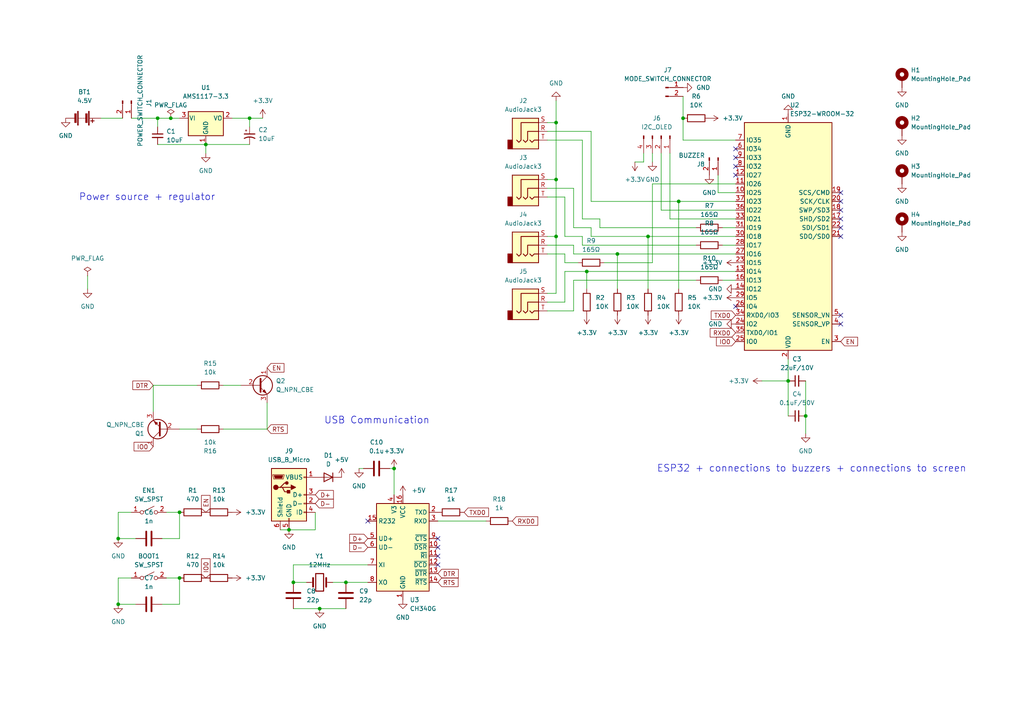
<source format=kicad_sch>
(kicad_sch (version 20211123) (generator eeschema)
  (paper "A4")
  (title_block (title "Wireless buzzer v2") (company "Epic Inc."))
  (lib_symbols
    (symbol "Connector:AudioJack3"
      (property "Reference" "J" (at 0 8.89 0))
      (property "Value" "AudioJack3" (at 0 6.35 0))
      (symbol "AudioJack3_0_1"
        (rectangle (start -5.08 -5.08) (end -6.35 -2.54) (stroke (width 0.254)) (fill (type outline)))
        (polyline (pts (xy 0 -2.54) (xy 0.635 -3.175) (xy 1.27 -2.54) (xy 2.54 -2.54)) (stroke (width 0.254)))
        (polyline (pts (xy -1.905 -2.54) (xy -1.27 -3.175) (xy -0.635 -2.54) (xy -0.635 0) (xy 2.54 0)) (stroke (width 0.254)))
        (polyline (pts (xy 2.54 2.54) (xy -2.54 2.54) (xy -2.54 -2.54) (xy -3.175 -3.175) (xy -3.81 -2.54)) (stroke (width 0.254)))
        (rectangle (start 2.54 3.81) (end -5.08 -5.08) (stroke (width 0.254)) (fill (type background)))
      )
      (symbol "AudioJack3_1_1"
        (pin passive line (at 5.08 0 180) (length 2.54) (name "~") (number "R"))
        (pin passive line (at 5.08 2.54 180) (length 2.54) (name "~") (number "S"))
        (pin passive line (at 5.08 -2.54 180) (length 2.54) (name "~") (number "T"))
      )
    )
    (symbol "Connector:Conn_01x02_Male" (pin_names (offset 1.016) hide)
      (property "Reference" "J" (at 0 2.54 0))
      (property "Value" "Conn_01x02_Male" (at 0 -5.08 0))
      (symbol "Conn_01x02_Male_1_1"
        (polyline (pts (xy 1.27 -2.54) (xy 0.8636 -2.54)) (stroke (width 0.1524)))
        (polyline (pts (xy 1.27 0) (xy 0.8636 0)) (stroke (width 0.1524)))
        (rectangle (start 0.8636 -2.413) (end 0 -2.667) (stroke (width 0.1524)) (fill (type outline)))
        (rectangle (start 0.8636 0.127) (end 0 -0.127) (stroke (width 0.1524)) (fill (type outline)))
        (pin passive line (at 5.08 0 180) (length 3.81) (name "Pin_1") (number "1"))
        (pin passive line (at 5.08 -2.54 180) (length 3.81) (name "Pin_2") (number "2"))
      )
    )
    (symbol "Connector:Conn_01x04_Male" (pin_names (offset 1.016) hide)
      (property "Reference" "J" (at 0 5.08 0))
      (property "Value" "Conn_01x04_Male" (at 0 -7.62 0))
      (symbol "Conn_01x04_Male_1_1"
        (polyline (pts (xy 1.27 -5.08) (xy 0.8636 -5.08)) (stroke (width 0.1524)))
        (polyline (pts (xy 1.27 -2.54) (xy 0.8636 -2.54)) (stroke (width 0.1524)))
        (polyline (pts (xy 1.27 0) (xy 0.8636 0)) (stroke (width 0.1524)))
        (polyline (pts (xy 1.27 2.54) (xy 0.8636 2.54)) (stroke (width 0.1524)))
        (rectangle (start 0.8636 -4.953) (end 0 -5.207) (stroke (width 0.1524)) (fill (type outline)))
        (rectangle (start 0.8636 -2.413) (end 0 -2.667) (stroke (width 0.1524)) (fill (type outline)))
        (rectangle (start 0.8636 0.127) (end 0 -0.127) (stroke (width 0.1524)) (fill (type outline)))
        (rectangle (start 0.8636 2.667) (end 0 2.413) (stroke (width 0.1524)) (fill (type outline)))
        (pin passive line (at 5.08 2.54 180) (length 3.81) (name "Pin_1") (number "1"))
        (pin passive line (at 5.08 0 180) (length 3.81) (name "Pin_2") (number "2"))
        (pin passive line (at 5.08 -2.54 180) (length 3.81) (name "Pin_3") (number "3"))
        (pin passive line (at 5.08 -5.08 180) (length 3.81) (name "Pin_4") (number "4"))
      )
    )
    (symbol "Connector:USB_B_Micro" (pin_names (offset 1.016))
      (property "Reference" "J" (at -5.08 11.43 0))
      (property "Value" "USB_B_Micro" (at -5.08 8.89 0))
      (symbol "USB_B_Micro_0_1"
        (rectangle (start -5.08 -7.62) (end 5.08 7.62) (stroke (width 0.254)) (fill (type background)))
        (circle (center -3.81 2.159) (radius 0.635) (stroke (width 0.254)) (fill (type outline)))
        (circle (center -0.635 3.429) (radius 0.381) (stroke (width 0.254)) (fill (type outline)))
        (rectangle (start -0.127 -7.62) (end 0.127 -6.858))
        (polyline (pts (xy -1.905 2.159) (xy 0.635 2.159)) (stroke (width 0.254)))
        (polyline (pts (xy -3.175 2.159) (xy -2.54 2.159) (xy -1.27 3.429) (xy -0.635 3.429)) (stroke (width 0.254)))
        (polyline (pts (xy -2.54 2.159) (xy -1.905 2.159) (xy -1.27 0.889) (xy 0 0.889)) (stroke (width 0.254)))
        (polyline (pts (xy 0.635 2.794) (xy 0.635 1.524) (xy 1.905 2.159) (xy 0.635 2.794)) (stroke (width 0.254)) (fill (type outline)))
        (polyline (pts (xy -4.318 5.588) (xy -1.778 5.588) (xy -2.032 4.826) (xy -4.064 4.826) (xy -4.318 5.588)) (fill (type outline)))
        (polyline (pts (xy -4.699 5.842) (xy -4.699 5.588) (xy -4.445 4.826) (xy -4.445 4.572) (xy -1.651 4.572) (xy -1.651 4.826) (xy -1.397 5.588) (xy -1.397 5.842) (xy -4.699 5.842)))
        (rectangle (start 0.254 1.27) (end -0.508 0.508) (stroke (width 0.254)) (fill (type outline)))
        (rectangle (start 5.08 -5.207) (end 4.318 -4.953))
        (rectangle (start 5.08 -2.667) (end 4.318 -2.413))
        (rectangle (start 5.08 -0.127) (end 4.318 0.127))
        (rectangle (start 5.08 4.953) (end 4.318 5.207))
      )
      (symbol "USB_B_Micro_1_1"
        (pin power_out line (at 7.62 5.08 180) (length 2.54) (name "VBUS") (number "1"))
        (pin bidirectional line (at 7.62 -2.54 180) (length 2.54) (name "D-") (number "2"))
        (pin bidirectional line (at 7.62 0 180) (length 2.54) (name "D+") (number "3"))
        (pin passive line (at 7.62 -5.08 180) (length 2.54) (name "ID") (number "4"))
        (pin power_out line (at 0 -10.16 90) (length 2.54) (name "GND") (number "5"))
        (pin passive line (at -2.54 -10.16 90) (length 2.54) (name "Shield") (number "6"))
      )
    )
    (symbol "Device:Battery" (pin_numbers hide) (pin_names (offset 0) hide)
      (property "Reference" "BT" (at 2.54 2.54 0))
      (property "Value" "Battery" (at 2.54 0 0))
      (symbol "Battery_0_1"
        (rectangle (start -2.032 -1.397) (end 2.032 -1.651) (fill (type outline)))
        (rectangle (start -2.032 1.778) (end 2.032 1.524) (fill (type outline)))
        (rectangle (start -1.3208 -1.9812) (end 1.27 -2.4892) (fill (type outline)))
        (rectangle (start -1.3208 1.1938) (end 1.27 0.6858) (fill (type outline)))
        (polyline (pts (xy 0 -1.524) (xy 0 -1.27)))
        (polyline (pts (xy 0 -1.016) (xy 0 -0.762)))
        (polyline (pts (xy 0 -0.508) (xy 0 -0.254)))
        (polyline (pts (xy 0 0) (xy 0 0.254)))
        (polyline (pts (xy 0 0.508) (xy 0 0.762)))
        (polyline (pts (xy 0 1.778) (xy 0 2.54)))
        (polyline (pts (xy 0.254 2.667) (xy 1.27 2.667)) (stroke (width 0.254)))
        (polyline (pts (xy 0.762 3.175) (xy 0.762 2.159)) (stroke (width 0.254)))
      )
      (symbol "Battery_1_1"
        (pin passive line (at 0 5.08 270) (length 2.54) (name "+") (number "1"))
        (pin passive line (at 0 -5.08 90) (length 2.54) (name "-") (number "2"))
      )
    )
    (symbol "Device:C" (pin_numbers hide) (pin_names (offset 0.254))
      (property "Reference" "C" (at 0.635 2.54 0))
      (property "Value" "C" (at 0.635 -2.54 0))
      (symbol "C_0_1"
        (polyline (pts (xy -2.032 -0.762) (xy 2.032 -0.762)) (stroke (width 0.508)))
        (polyline (pts (xy -2.032 0.762) (xy 2.032 0.762)) (stroke (width 0.508)))
      )
      (symbol "C_1_1"
        (pin passive line (at 0 3.81 270) (length 2.794) (name "~") (number "1"))
        (pin passive line (at 0 -3.81 90) (length 2.794) (name "~") (number "2"))
      )
    )
    (symbol "Device:C_Polarized_Small_US" (pin_numbers hide) (pin_names (offset 0.254) hide)
      (property "Reference" "C" (at 0.254 1.778 0))
      (property "Value" "C_Polarized_Small_US" (at 0.254 -2.032 0))
      (symbol "C_Polarized_Small_US_0_1"
        (polyline (pts (xy -1.524 0.508) (xy 1.524 0.508)) (stroke (width 0.3048)))
        (polyline (pts (xy -1.27 1.524) (xy -0.762 1.524)))
        (polyline (pts (xy -1.016 1.27) (xy -1.016 1.778)))
        (arc (start 1.524 -0.762) (mid 0 -0.3734) (end -1.524 -0.762) (stroke (width 0.3048)))
      )
      (symbol "C_Polarized_Small_US_1_1"
        (pin passive line (at 0 2.54 270) (length 2.032) (name "~") (number "1"))
        (pin passive line (at 0 -2.54 90) (length 2.032) (name "~") (number "2"))
      )
    )
    (symbol "Device:C_Small" (pin_numbers hide) (pin_names (offset 0.254) hide)
      (property "Reference" "C" (at 0.254 1.778 0))
      (property "Value" "C_Small" (at 0.254 -2.032 0))
      (symbol "C_Small_0_1"
        (polyline (pts (xy -1.524 -0.508) (xy 1.524 -0.508)) (stroke (width 0.3302)))
        (polyline (pts (xy -1.524 0.508) (xy 1.524 0.508)) (stroke (width 0.3048)))
      )
      (symbol "C_Small_1_1"
        (pin passive line (at 0 2.54 270) (length 2.032) (name "~") (number "1"))
        (pin passive line (at 0 -2.54 90) (length 2.032) (name "~") (number "2"))
      )
    )
    (symbol "Device:Crystal" (pin_numbers hide) (pin_names (offset 1.016) hide)
      (property "Reference" "Y" (at 0 3.81 0))
      (property "Value" "Crystal" (at 0 -3.81 0))
      (symbol "Crystal_0_1"
        (rectangle (start -1.143 2.54) (end 1.143 -2.54) (stroke (width 0.3048)))
        (polyline (pts (xy -2.54 0) (xy -1.905 0)))
        (polyline (pts (xy -1.905 -1.27) (xy -1.905 1.27)) (stroke (width 0.508)))
        (polyline (pts (xy 1.905 -1.27) (xy 1.905 1.27)) (stroke (width 0.508)))
        (polyline (pts (xy 2.54 0) (xy 1.905 0)))
      )
      (symbol "Crystal_1_1"
        (pin passive line (at -3.81 0 0) (length 1.27) (name "1") (number "1"))
        (pin passive line (at 3.81 0 180) (length 1.27) (name "2") (number "2"))
      )
    )
    (symbol "Device:D" (pin_numbers hide) (pin_names (offset 1.016) hide)
      (property "Reference" "D" (at 0 2.54 0))
      (property "Value" "D" (at 0 -2.54 0))
      (symbol "D_0_1"
        (polyline (pts (xy -1.27 1.27) (xy -1.27 -1.27)) (stroke (width 0.254)))
        (polyline (pts (xy 1.27 0) (xy -1.27 0)))
        (polyline (pts (xy 1.27 1.27) (xy 1.27 -1.27) (xy -1.27 0) (xy 1.27 1.27)) (stroke (width 0.254)))
      )
      (symbol "D_1_1"
        (pin passive line (at -3.81 0 0) (length 2.54) (name "K") (number "1"))
        (pin passive line (at 3.81 0 180) (length 2.54) (name "A") (number "2"))
      )
    )
    (symbol "Device:Q_NPN_CBE" (pin_names (offset 0) hide)
      (property "Reference" "Q" (at 5.08 1.27 0))
      (property "Value" "Q_NPN_CBE" (at 5.08 -1.27 0))
      (symbol "Q_NPN_CBE_0_1"
        (polyline (pts (xy 0.635 0.635) (xy 2.54 2.54)))
        (polyline (pts (xy 0.635 -0.635) (xy 2.54 -2.54) (xy 2.54 -2.54)))
        (polyline (pts (xy 0.635 1.905) (xy 0.635 -1.905) (xy 0.635 -1.905)) (stroke (width 0.508)))
        (polyline (pts (xy 1.27 -1.778) (xy 1.778 -1.27) (xy 2.286 -2.286) (xy 1.27 -1.778) (xy 1.27 -1.778)) (fill (type outline)))
        (circle (center 1.27 0) (radius 2.8194) (stroke (width 0.254)))
      )
      (symbol "Q_NPN_CBE_1_1"
        (pin passive line (at 2.54 5.08 270) (length 2.54) (name "C") (number "1"))
        (pin input line (at -5.08 0 0) (length 5.715) (name "B") (number "2"))
        (pin passive line (at 2.54 -5.08 90) (length 2.54) (name "E") (number "3"))
      )
    )
    (symbol "Device:R" (pin_numbers hide) (pin_names (offset 0))
      (property "Reference" "R" (at 2.032 0 90))
      (property "Value" "R" (at 0 0 90))
      (symbol "R_0_1"
        (rectangle (start -1.016 -2.54) (end 1.016 2.54) (stroke (width 0.254)))
      )
      (symbol "R_1_1"
        (pin passive line (at 0 3.81 270) (length 1.27) (name "~") (number "1"))
        (pin passive line (at 0 -3.81 90) (length 1.27) (name "~") (number "2"))
      )
    )
    (symbol "Interface_USB:CH340G"
      (property "Reference" "U" (at -5.08 13.97 0))
      (property "Value" "CH340G" (at 1.27 13.97 0))
      (symbol "CH340G_0_1"
        (rectangle (start -7.62 12.7) (end 7.62 -12.7) (stroke (width 0.254)) (fill (type background)))
      )
      (symbol "CH340G_1_1"
        (pin power_in line (at 0 -15.24 90) (length 2.54) (name "GND") (number "1"))
        (pin input line (at 10.16 0 180) (length 2.54) (name "~{DSR}") (number "10"))
        (pin input line (at 10.16 -2.54 180) (length 2.54) (name "~{RI}") (number "11"))
        (pin input line (at 10.16 -5.08 180) (length 2.54) (name "~{DCD}") (number "12"))
        (pin output line (at 10.16 -7.62 180) (length 2.54) (name "~{DTR}") (number "13"))
        (pin output line (at 10.16 -10.16 180) (length 2.54) (name "~{RTS}") (number "14"))
        (pin input line (at -10.16 7.62 0) (length 2.54) (name "R232") (number "15"))
        (pin power_in line (at 0 15.24 270) (length 2.54) (name "VCC") (number "16"))
        (pin output line (at 10.16 10.16 180) (length 2.54) (name "TXD") (number "2"))
        (pin input line (at 10.16 7.62 180) (length 2.54) (name "RXD") (number "3"))
        (pin passive line (at -2.54 15.24 270) (length 2.54) (name "V3") (number "4"))
        (pin bidirectional line (at -10.16 2.54 0) (length 2.54) (name "UD+") (number "5"))
        (pin bidirectional line (at -10.16 0 0) (length 2.54) (name "UD-") (number "6"))
        (pin input line (at -10.16 -5.08 0) (length 2.54) (name "XI") (number "7"))
        (pin output line (at -10.16 -10.16 0) (length 2.54) (name "XO") (number "8"))
        (pin input line (at 10.16 2.54 180) (length 2.54) (name "~{CTS}") (number "9"))
      )
    )
    (symbol "Mechanical:MountingHole_Pad" (pin_numbers hide) (pin_names (offset 1.016) hide)
      (property "Reference" "H" (at 0 6.35 0))
      (property "Value" "MountingHole_Pad" (at 0 4.445 0))
      (symbol "MountingHole_Pad_0_1"
        (circle (center 0 1.27) (radius 1.27) (stroke (width 1.27)))
      )
      (symbol "MountingHole_Pad_1_1"
        (pin input line (at 0 -2.54 90) (length 2.54) (name "1") (number "1"))
      )
    )
    (symbol "RF_Module:ESP32-WROOM-32"
      (property "Reference" "U" (at -12.7 34.29 0))
      (property "Value" "ESP32-WROOM-32" (at 1.27 34.29 0))
      (symbol "ESP32-WROOM-32_0_1"
        (rectangle (start -12.7 33.02) (end 12.7 -33.02) (stroke (width 0.254)) (fill (type background)))
      )
      (symbol "ESP32-WROOM-32_1_1"
        (pin power_in line (at 0 -35.56 90) (length 2.54) (name "GND") (number "1"))
        (pin bidirectional line (at 15.24 -12.7 180) (length 2.54) (name "IO25") (number "10"))
        (pin bidirectional line (at 15.24 -15.24 180) (length 2.54) (name "IO26") (number "11"))
        (pin bidirectional line (at 15.24 -17.78 180) (length 2.54) (name "IO27") (number "12"))
        (pin bidirectional line (at 15.24 10.16 180) (length 2.54) (name "IO14") (number "13"))
        (pin bidirectional line (at 15.24 15.24 180) (length 2.54) (name "IO12") (number "14"))
        (pin passive line (at 0 -35.56 90) (length 2.54) hide (name "GND") (number "15"))
        (pin bidirectional line (at 15.24 12.7 180) (length 2.54) (name "IO13") (number "16"))
        (pin bidirectional line (at -15.24 -5.08 0) (length 2.54) (name "SHD/SD2") (number "17"))
        (pin bidirectional line (at -15.24 -7.62 0) (length 2.54) (name "SWP/SD3") (number "18"))
        (pin bidirectional line (at -15.24 -12.7 0) (length 2.54) (name "SCS/CMD") (number "19"))
        (pin power_in line (at 0 35.56 270) (length 2.54) (name "VDD") (number "2"))
        (pin bidirectional line (at -15.24 -10.16 0) (length 2.54) (name "SCK/CLK") (number "20"))
        (pin bidirectional line (at -15.24 0 0) (length 2.54) (name "SDO/SD0") (number "21"))
        (pin bidirectional line (at -15.24 -2.54 0) (length 2.54) (name "SDI/SD1") (number "22"))
        (pin bidirectional line (at 15.24 7.62 180) (length 2.54) (name "IO15") (number "23"))
        (pin bidirectional line (at 15.24 25.4 180) (length 2.54) (name "IO2") (number "24"))
        (pin bidirectional line (at 15.24 30.48 180) (length 2.54) (name "IO0") (number "25"))
        (pin bidirectional line (at 15.24 20.32 180) (length 2.54) (name "IO4") (number "26"))
        (pin bidirectional line (at 15.24 5.08 180) (length 2.54) (name "IO16") (number "27"))
        (pin bidirectional line (at 15.24 2.54 180) (length 2.54) (name "IO17") (number "28"))
        (pin bidirectional line (at 15.24 17.78 180) (length 2.54) (name "IO5") (number "29"))
        (pin input line (at -15.24 30.48 0) (length 2.54) (name "EN") (number "3"))
        (pin bidirectional line (at 15.24 0 180) (length 2.54) (name "IO18") (number "30"))
        (pin bidirectional line (at 15.24 -2.54 180) (length 2.54) (name "IO19") (number "31"))
        (pin no_connect line (at -12.7 -27.94 0) (length 2.54) hide (name "NC") (number "32"))
        (pin bidirectional line (at 15.24 -5.08 180) (length 2.54) (name "IO21") (number "33"))
        (pin bidirectional line (at 15.24 22.86 180) (length 2.54) (name "RXD0/IO3") (number "34"))
        (pin bidirectional line (at 15.24 27.94 180) (length 2.54) (name "TXD0/IO1") (number "35"))
        (pin bidirectional line (at 15.24 -7.62 180) (length 2.54) (name "IO22") (number "36"))
        (pin bidirectional line (at 15.24 -10.16 180) (length 2.54) (name "IO23") (number "37"))
        (pin passive line (at 0 -35.56 90) (length 2.54) hide (name "GND") (number "38"))
        (pin passive line (at 0 -35.56 90) (length 2.54) hide (name "GND") (number "39"))
        (pin input line (at -15.24 25.4 0) (length 2.54) (name "SENSOR_VP") (number "4"))
        (pin input line (at -15.24 22.86 0) (length 2.54) (name "SENSOR_VN") (number "5"))
        (pin input line (at 15.24 -25.4 180) (length 2.54) (name "IO34") (number "6"))
        (pin input line (at 15.24 -27.94 180) (length 2.54) (name "IO35") (number "7"))
        (pin bidirectional line (at 15.24 -20.32 180) (length 2.54) (name "IO32") (number "8"))
        (pin bidirectional line (at 15.24 -22.86 180) (length 2.54) (name "IO33") (number "9"))
      )
    )
    (symbol "Regulator_Linear:AMS1117-3.3" (pin_names (offset 0.254))
      (property "Reference" "U" (at -3.81 3.175 0))
      (property "Value" "AMS1117-3.3" (at 0 3.175 0))
      (symbol "AMS1117-3.3_0_1"
        (rectangle (start -5.08 -5.08) (end 5.08 1.905) (stroke (width 0.254)) (fill (type background)))
      )
      (symbol "AMS1117-3.3_1_1"
        (pin power_in line (at 0 -7.62 90) (length 2.54) (name "GND") (number "1"))
        (pin power_out line (at 7.62 0 180) (length 2.54) (name "VO") (number "2"))
        (pin power_in line (at -7.62 0 0) (length 2.54) (name "VI") (number "3"))
      )
    )
    (symbol "Switch:SW_SPST" (pin_names (offset 0) hide)
      (property "Reference" "SW" (at 0 3.175 0))
      (property "Value" "SW_SPST" (at 0 -2.54 0))
      (symbol "SW_SPST_0_0"
        (circle (center -2.032 0) (radius 0.508))
        (polyline (pts (xy -1.524 0.254) (xy 1.524 1.778)))
        (circle (center 2.032 0) (radius 0.508))
      )
      (symbol "SW_SPST_1_1"
        (pin passive line (at -5.08 0 0) (length 2.54) (name "A") (number "1"))
        (pin passive line (at 5.08 0 180) (length 2.54) (name "B") (number "2"))
      )
    )
    (symbol "power:+3.3V" (power) (pin_names (offset 0))
      (property "Value" "+3.3V" (at 0 3.556 0))
      (symbol "+3.3V_0_1"
        (polyline (pts (xy -0.762 1.27) (xy 0 2.54)))
        (polyline (pts (xy 0 0) (xy 0 2.54)))
        (polyline (pts (xy 0 2.54) (xy 0.762 1.27)))
      )
      (symbol "+3.3V_1_1"
        (pin power_in line (at 0 0 90) (length 0) hide (name "+3.3V") (number "1"))
      )
    )
    (symbol "power:+5V" (power) (pin_names (offset 0))
      (property "Value" "+5V" (at 0 3.556 0))
      (symbol "+5V_0_1"
        (polyline (pts (xy -0.762 1.27) (xy 0 2.54)))
        (polyline (pts (xy 0 0) (xy 0 2.54)))
        (polyline (pts (xy 0 2.54) (xy 0.762 1.27)))
      )
      (symbol "+5V_1_1"
        (pin power_in line (at 0 0 90) (length 0) hide (name "+5V") (number "1"))
      )
    )
    (symbol "power:GND" (power) (pin_names (offset 0))
      (property "Value" "GND" (at 0 -3.81 0))
      (symbol "GND_0_1"
        (polyline (pts (xy 0 0) (xy 0 -1.27) (xy 1.27 -1.27) (xy 0 -2.54) (xy -1.27 -1.27) (xy 0 -1.27)))
      )
      (symbol "GND_1_1"
        (pin power_in line (at 0 0 270) (length 0) hide (name "GND") (number "1"))
      )
    )
    (symbol "power:PWR_FLAG" (power) (pin_numbers hide) (pin_names (offset 0) hide)
      (property "Value" "PWR_FLAG" (at 0 3.81 0))
      (symbol "PWR_FLAG_0_0"
        (pin power_out line (at 0 0 90) (length 0) (name "pwr") (number "1"))
      )
      (symbol "PWR_FLAG_0_1"
        (polyline (pts (xy 0 0) (xy 0 1.27) (xy -1.016 1.905) (xy 0 2.54) (xy 1.016 1.905) (xy 0 1.27)))
      )
    )
  )
  (junction (at 228.6 110.49))
  (junction (at 196.85 58.42))
  (junction (at 45.72 34.29))
  (junction (at 170.18 78.74))
  (junction (at 161.29 52.07))
  (junction (at 52.07 148.59))
  (junction (at 179.07 73.66))
  (junction (at 34.29 156.21))
  (junction (at 100.33 168.91))
  (junction (at 85.09 168.91))
  (junction (at 233.68 120.65))
  (junction (at 52.07 167.64))
  (junction (at 34.29 175.26))
  (junction (at 198.12 34.29))
  (junction (at 92.71 176.53))
  (junction (at 161.29 35.56))
  (junction (at 161.29 68.58))
  (junction (at 114.3 135.89))
  (junction (at 72.39 34.29))
  (junction (at 83.82 153.67))
  (junction (at 187.96 68.58))
  (junction (at 49.53 34.29))
  (junction (at 59.69 41.91))
  (no_connect (at 243.84 58.42))
  (no_connect (at 243.84 91.44))
  (no_connect (at 213.36 43.18))
  (no_connect (at 243.84 63.5))
  (no_connect (at 243.84 93.98))
  (no_connect (at 243.84 60.96))
  (no_connect (at 127 163.83))
  (no_connect (at 127 156.21))
  (no_connect (at 243.84 68.58))
  (no_connect (at 213.36 48.26))
  (no_connect (at 106.68 151.13))
  (no_connect (at 213.36 45.72))
  (no_connect (at 243.84 55.88))
  (no_connect (at 213.36 88.9))
  (no_connect (at 127 161.29))
  (no_connect (at 243.84 66.04))
  (no_connect (at 127 158.75))
  (no_connect (at 213.36 50.8))
  (wire (pts (xy 77.47 116.84) (xy 77.47 124.46)))
  (wire (pts (xy 213.36 40.64) (xy 198.12 40.64)))
  (wire (pts (xy 209.55 66.04) (xy 213.36 66.04)))
  (wire (pts (xy 45.72 41.91) (xy 59.69 41.91)))
  (wire (pts (xy 189.23 53.34) (xy 213.36 53.34)))
  (wire (pts (xy 85.09 163.83) (xy 85.09 168.91)))
  (wire (pts (xy 208.28 55.88) (xy 208.28 50.8)))
  (wire (pts (xy 163.83 76.2) (xy 167.64 76.2)))
  (wire (pts (xy 198.12 40.64) (xy 198.12 34.29)))
  (wire (pts (xy 67.31 34.29) (xy 72.39 34.29)))
  (wire (pts (xy 170.18 78.74) (xy 170.18 83.82)))
  (wire (pts (xy 34.29 175.26) (xy 39.37 175.26)))
  (wire (pts (xy 163.83 73.66) (xy 163.83 76.2)))
  (wire (pts (xy 163.83 78.74) (xy 170.18 78.74)))
  (wire (pts (xy 49.53 34.29) (xy 52.07 34.29)))
  (wire (pts (xy 166.37 90.17) (xy 166.37 81.28)))
  (wire (pts (xy 114.3 135.89) (xy 114.3 143.51)))
  (wire (pts (xy 85.09 168.91) (xy 88.9 168.91)))
  (wire (pts (xy 158.75 57.15) (xy 163.83 57.15)))
  (wire (pts (xy 166.37 73.66) (xy 179.07 73.66)))
  (wire (pts (xy 166.37 71.12) (xy 166.37 73.66)))
  (wire (pts (xy 127 151.13) (xy 140.97 151.13)))
  (wire (pts (xy 213.36 55.88) (xy 208.28 55.88)))
  (wire (pts (xy 161.29 35.56) (xy 161.29 52.07)))
  (wire (pts (xy 168.91 40.64) (xy 168.91 63.5)))
  (wire (pts (xy 186.69 44.45) (xy 186.69 46.99)))
  (wire (pts (xy 29.21 34.29) (xy 35.56 34.29)))
  (wire (pts (xy 166.37 81.28) (xy 201.93 81.28)))
  (wire (pts (xy 158.75 52.07) (xy 161.29 52.07)))
  (wire (pts (xy 187.96 68.58) (xy 213.36 68.58)))
  (wire (pts (xy 196.85 58.42) (xy 213.36 58.42)))
  (wire (pts (xy 228.6 104.14) (xy 228.6 110.49)))
  (wire (pts (xy 52.07 156.21) (xy 52.07 148.59)))
  (wire (pts (xy 189.23 53.34) (xy 189.23 76.2)))
  (wire (pts (xy 52.07 167.64) (xy 48.26 167.64)))
  (wire (pts (xy 46.99 175.26) (xy 52.07 175.26)))
  (wire (pts (xy 187.96 68.58) (xy 187.96 83.82)))
  (wire (pts (xy 168.91 71.12) (xy 201.93 71.12)))
  (wire (pts (xy 161.29 68.58) (xy 161.29 85.09)))
  (wire (pts (xy 213.36 60.96) (xy 191.77 60.96)))
  (wire (pts (xy 59.69 41.91) (xy 59.69 44.45)))
  (wire (pts (xy 209.55 81.28) (xy 213.36 81.28)))
  (wire (pts (xy 189.23 44.45) (xy 189.23 46.99)))
  (wire (pts (xy 72.39 34.29) (xy 76.2 34.29)))
  (wire (pts (xy 168.91 63.5) (xy 173.99 63.5)))
  (wire (pts (xy 168.91 68.58) (xy 168.91 71.12)))
  (wire (pts (xy 179.07 73.66) (xy 179.07 83.82)))
  (wire (pts (xy 161.29 52.07) (xy 161.29 68.58)))
  (wire (pts (xy 179.07 73.66) (xy 213.36 73.66)))
  (wire (pts (xy 220.98 110.49) (xy 228.6 110.49)))
  (wire (pts (xy 81.28 153.67) (xy 83.82 153.67)))
  (wire (pts (xy 85.09 176.53) (xy 92.71 176.53)))
  (wire (pts (xy 173.99 63.5) (xy 173.99 66.04)))
  (wire (pts (xy 59.69 41.91) (xy 72.39 41.91)))
  (wire (pts (xy 158.75 90.17) (xy 166.37 90.17)))
  (wire (pts (xy 186.69 46.99) (xy 184.15 46.99)))
  (wire (pts (xy 158.75 35.56) (xy 161.29 35.56)))
  (wire (pts (xy 38.1 167.64) (xy 34.29 167.64)))
  (wire (pts (xy 96.52 168.91) (xy 100.33 168.91)))
  (wire (pts (xy 52.07 175.26) (xy 52.07 167.64)))
  (wire (pts (xy 44.45 119.38) (xy 44.45 111.76)))
  (wire (pts (xy 106.68 163.83) (xy 85.09 163.83)))
  (wire (pts (xy 171.45 38.1) (xy 171.45 58.42)))
  (wire (pts (xy 113.03 135.89) (xy 114.3 135.89)))
  (wire (pts (xy 46.99 156.21) (xy 52.07 156.21)))
  (wire (pts (xy 91.44 148.59) (xy 91.44 153.67)))
  (wire (pts (xy 104.14 135.89) (xy 105.41 135.89)))
  (wire (pts (xy 57.15 124.46) (xy 52.07 124.46)))
  (wire (pts (xy 233.68 120.65) (xy 233.68 125.73)))
  (wire (pts (xy 171.45 58.42) (xy 196.85 58.42)))
  (wire (pts (xy 158.75 87.63) (xy 163.83 87.63)))
  (wire (pts (xy 100.33 168.91) (xy 106.68 168.91)))
  (wire (pts (xy 173.99 66.04) (xy 201.93 66.04)))
  (wire (pts (xy 171.45 66.04) (xy 171.45 68.58)))
  (wire (pts (xy 158.75 38.1) (xy 171.45 38.1)))
  (wire (pts (xy 161.29 29.21) (xy 161.29 35.56)))
  (wire (pts (xy 52.07 148.59) (xy 48.26 148.59)))
  (wire (pts (xy 158.75 68.58) (xy 161.29 68.58)))
  (wire (pts (xy 38.1 148.59) (xy 34.29 148.59)))
  (wire (pts (xy 163.83 57.15) (xy 163.83 68.58)))
  (wire (pts (xy 166.37 66.04) (xy 171.45 66.04)))
  (wire (pts (xy 233.68 110.49) (xy 233.68 120.65)))
  (wire (pts (xy 64.77 124.46) (xy 77.47 124.46)))
  (wire (pts (xy 25.4 80.01) (xy 25.4 83.82)))
  (wire (pts (xy 209.55 71.12) (xy 213.36 71.12)))
  (wire (pts (xy 163.83 68.58) (xy 168.91 68.58)))
  (wire (pts (xy 196.85 58.42) (xy 196.85 83.82)))
  (wire (pts (xy 158.75 85.09) (xy 161.29 85.09)))
  (wire (pts (xy 158.75 40.64) (xy 168.91 40.64)))
  (wire (pts (xy 45.72 36.83) (xy 45.72 34.29)))
  (wire (pts (xy 198.12 34.29) (xy 198.12 27.94)))
  (wire (pts (xy 34.29 148.59) (xy 34.29 156.21)))
  (wire (pts (xy 38.1 34.29) (xy 45.72 34.29)))
  (wire (pts (xy 166.37 54.61) (xy 166.37 66.04)))
  (wire (pts (xy 83.82 153.67) (xy 91.44 153.67)))
  (wire (pts (xy 163.83 87.63) (xy 163.83 78.74)))
  (wire (pts (xy 92.71 176.53) (xy 100.33 176.53)))
  (wire (pts (xy 34.29 156.21) (xy 39.37 156.21)))
  (wire (pts (xy 44.45 111.76) (xy 57.15 111.76)))
  (wire (pts (xy 189.23 76.2) (xy 175.26 76.2)))
  (wire (pts (xy 64.77 111.76) (xy 69.85 111.76)))
  (wire (pts (xy 191.77 60.96) (xy 191.77 44.45)))
  (wire (pts (xy 171.45 68.58) (xy 187.96 68.58)))
  (wire (pts (xy 158.75 71.12) (xy 166.37 71.12)))
  (wire (pts (xy 45.72 34.29) (xy 49.53 34.29)))
  (wire (pts (xy 228.6 110.49) (xy 228.6 120.65)))
  (wire (pts (xy 158.75 54.61) (xy 166.37 54.61)))
  (wire (pts (xy 194.31 63.5) (xy 194.31 44.45)))
  (wire (pts (xy 34.29 167.64) (xy 34.29 175.26)))
  (wire (pts (xy 158.75 73.66) (xy 163.83 73.66)))
  (wire (pts (xy 72.39 34.29) (xy 72.39 36.83)))
  (wire (pts (xy 213.36 63.5) (xy 194.31 63.5)))
  (wire (pts (xy 170.18 78.74) (xy 213.36 78.74)))
  (text "ESP32 + connections to buzzers + connections to screen\n" (at 190.5 137.16 0) (effects (font (size 2 2)) (justify left bottom)))
  (text "USB Communication\n" (at 93.98 123.19 0) (effects (font (size 2 2)) (justify left bottom)))
  (text "Power source + regulator\n" (at 22.86 58.42 0) (effects (font (size 2 2)) (justify left bottom)))
  (global_label "EN" (shape input) (at 77.47 106.68 0) (property "Intersheet References" "${INTERSHEET_REFS}" (effects hide)))
  (global_label "D+" (shape input) (at 91.44 143.51 0) (property "Intersheet References" "${INTERSHEET_REFS}" (effects hide)))
  (global_label "IO0" (shape input) (at 213.36 99.06 180) (property "Intersheet References" "${INTERSHEET_REFS}" (effects hide)))
  (global_label "RXD0" (shape input) (at 213.36 96.52 180) (property "Intersheet References" "${INTERSHEET_REFS}" (effects hide)))
  (global_label "D+" (shape input) (at 106.68 156.21 180) (property "Intersheet References" "${INTERSHEET_REFS}" (effects hide)))
  (global_label "RTS" (shape input) (at 127 168.91 0) (property "Intersheet References" "${INTERSHEET_REFS}" (effects hide)))
  (global_label "RTS" (shape input) (at 77.47 124.46 0) (property "Intersheet References" "${INTERSHEET_REFS}" (effects hide)))
  (global_label "D-" (shape input) (at 106.68 158.75 180) (property "Intersheet References" "${INTERSHEET_REFS}" (effects hide)))
  (global_label "DTR" (shape input) (at 44.45 111.76 180) (property "Intersheet References" "${INTERSHEET_REFS}" (effects hide)))
  (global_label "EN" (shape input) (at 243.84 99.06 0) (property "Intersheet References" "${INTERSHEET_REFS}" (effects hide)))
  (global_label "IO0" (shape input) (at 44.45 129.54 180) (property "Intersheet References" "${INTERSHEET_REFS}" (effects hide)))
  (global_label "EN" (shape input) (at 59.69 148.59 90) (property "Intersheet References" "${INTERSHEET_REFS}" (effects hide)))
  (global_label "TXD0" (shape input) (at 134.62 148.59 0) (property "Intersheet References" "${INTERSHEET_REFS}" (effects hide)))
  (global_label "DTR" (shape input) (at 127 166.37 0) (property "Intersheet References" "${INTERSHEET_REFS}" (effects hide)))
  (global_label "RXD0" (shape input) (at 148.59 151.13 0) (property "Intersheet References" "${INTERSHEET_REFS}" (effects hide)))
  (global_label "TXD0" (shape input) (at 213.36 91.44 180) (property "Intersheet References" "${INTERSHEET_REFS}" (effects hide)))
  (global_label "D-" (shape input) (at 91.44 146.05 0) (property "Intersheet References" "${INTERSHEET_REFS}" (effects hide)))
  (global_label "IO0" (shape input) (at 59.69 167.64 90) (property "Intersheet References" "${INTERSHEET_REFS}" (effects hide)))
  (symbol (lib_id "power:GND") (at 83.82 153.67 0) (unit 1)
    (property "Reference" "#PWR028" (effects hide))
    (property "Value" "GND" (at 83.82 158.75 0))
  )
  (symbol (lib_id "Device:R") (at 201.93 34.29 90) (unit 1)
    (property "Reference" "R6" (at 201.93 27.94 90))
    (property "Value" "10K" (at 201.93 30.48 90))
    (property "Footprint" "Resistor_SMD:R_1206_3216Metric" (effects hide))
  )
  (symbol (lib_id "power:GND") (at 104.14 135.89 0) (unit 1)
    (property "Reference" "#PWR031" (effects hide))
    (property "Value" "GND" (at 104.14 140.97 0))
  )
  (symbol (lib_id "power:+3.3V") (at 187.96 91.44 180) (unit 1)
    (property "Reference" "#PWR011" (effects hide))
    (property "Value" "+3.3V" (at 187.96 96.52 0))
  )
  (symbol (lib_id "power:+3.3V") (at 213.36 86.36 90) (unit 1)
    (property "Reference" "#PWR0105" (effects hide))
    (property "Value" "+3.3V" (at 209.55 86.3599 90) (effects (justify left)))
  )
  (symbol (lib_id "power:+3.3V") (at 220.98 110.49 90) (unit 1)
    (property "Reference" "#PWR016" (effects hide))
    (property "Value" "+3.3V" (at 217.17 110.4899 90) (effects (justify left)))
  )
  (symbol (lib_id "power:GND") (at 261.62 67.31 0) (unit 1)
    (property "Reference" "#PWR024" (effects hide))
    (property "Value" "GND" (at 261.62 72.39 0))
  )
  (symbol (lib_id "power:+3.3V") (at 184.15 46.99 180) (unit 1)
    (property "Reference" "#PWR010" (effects hide))
    (property "Value" "+3.3V" (at 184.15 52.07 0))
  )
  (symbol (lib_id "Device:C_Small") (at 231.14 120.65 90) (unit 1)
    (property "Reference" "C4" (at 231.1463 114.3 90))
    (property "Value" "0.1uF/50V" (at 231.1463 116.84 90))
    (property "Footprint" "Capacitor_SMD:C_1206_3216Metric" (effects hide))
  )
  (symbol (lib_id "Device:R") (at 196.85 87.63 0) (unit 1)
    (property "Reference" "R5" (at 199.39 86.3599 0) (effects (justify left)))
    (property "Value" "10K" (at 199.39 88.8999 0) (effects (justify left)))
    (property "Footprint" "Resistor_SMD:R_1206_3216Metric" (effects hide))
  )
  (symbol (lib_id "Device:C") (at 100.33 172.72 0) (unit 1)
    (property "Reference" "C9" (at 104.14 171.4499 0) (effects (justify left)))
    (property "Value" "22p" (at 104.14 173.9899 0) (effects (justify left)))
    (property "Footprint" "Capacitor_SMD:C_1206_3216Metric" (effects hide))
  )
  (symbol (lib_id "power:GND") (at 228.6 33.02 180) (unit 1)
    (property "Reference" "#PWR017" (effects hide))
    (property "Value" "GND" (at 228.6 27.94 0))
  )
  (symbol (lib_id "power:GND") (at 261.62 25.4 0) (unit 1)
    (property "Reference" "#PWR021" (effects hide))
    (property "Value" "GND" (at 261.62 30.48 0))
  )
  (symbol (lib_id "Device:R") (at 55.88 148.59 90) (unit 1)
    (property "Reference" "R1" (at 55.88 142.24 90))
    (property "Value" "470" (at 55.88 144.78 90))
    (property "Footprint" "Resistor_SMD:R_1206_3216Metric" (effects hide))
  )
  (symbol (lib_id "power:GND") (at 34.29 175.26 0) (unit 1)
    (property "Reference" "#PWR025" (effects hide))
    (property "Value" "GND" (at 34.29 180.34 0))
  )
  (symbol (lib_id "power:GND") (at 198.12 25.4 90) (unit 1)
    (property "Reference" "#PWR014" (effects hide))
    (property "Value" "GND" (at 201.93 25.3999 90) (effects (justify right)))
  )
  (symbol (lib_id "Connector:AudioJack3") (at 153.67 71.12 0) (unit 1)
    (property "Reference" "J4" (at 151.765 62.23 0))
    (property "Value" "AudioJack3" (at 151.765 64.77 0))
    (property "Footprint" "Connector_Audio:Jack_3.5mm_CUI_SJ1-3523N_Horizontal" (effects hide))
  )
  (symbol (lib_id "Device:C") (at 43.18 175.26 90) (unit 1)
    (property "Reference" "C7" (at 43.18 167.64 90))
    (property "Value" "1n" (at 43.18 170.18 90))
    (property "Footprint" "Capacitor_SMD:C_1206_3216Metric" (effects hide))
  )
  (symbol (lib_id "power:GND") (at 92.71 176.53 0) (unit 1)
    (property "Reference" "#PWR029" (effects hide))
    (property "Value" "GND" (at 92.71 181.61 0))
  )
  (symbol (lib_id "Connector:Conn_01x04_Male") (at 191.77 39.37 270) (unit 1)
    (property "Reference" "J6" (at 190.5 34.29 90))
    (property "Value" "I2C_OLED" (at 190.5 36.83 90))
    (property "Footprint" "Connector_JST:JST_XH_B4B-XH-A_1x04_P2.50mm_Vertical" (effects hide))
  )
  (symbol (lib_id "Connector:Conn_01x02_Male") (at 193.04 25.4 0) (unit 1)
    (property "Reference" "J7" (at 193.675 20.32 0))
    (property "Value" "MODE_SWITCH_CONNECTOR" (at 193.675 22.86 0))
    (property "Footprint" "Connector_JST:JST_XH_B2B-XH-A_1x02_P2.50mm_Vertical" (effects hide))
  )
  (symbol (lib_id "Device:R") (at 130.81 148.59 90) (unit 1)
    (property "Reference" "R17" (at 130.81 142.24 90))
    (property "Value" "1k" (at 130.81 144.78 90))
    (property "Footprint" "Resistor_SMD:R_1206_3216Metric" (effects hide))
  )
  (symbol (lib_id "power:GND") (at 261.62 53.34 0) (unit 1)
    (property "Reference" "#PWR023" (effects hide))
    (property "Value" "GND" (at 261.62 58.42 0))
  )
  (symbol (lib_id "power:GND") (at 25.4 83.82 0) (unit 1)
    (property "Reference" "#PWR02" (effects hide))
    (property "Value" "GND" (at 25.4 88.9 0))
  )
  (symbol (lib_id "power:+3.3V") (at 76.2 34.29 0) (unit 1)
    (property "Reference" "#PWR05" (effects hide))
    (property "Value" "+3.3V" (at 76.2 29.21 0))
  )
  (symbol (lib_id "power:+3.3V") (at 213.36 76.2 90) (unit 1)
    (property "Reference" "#PWR0107" (effects hide))
    (property "Value" "+3.3V" (at 209.55 76.1999 90) (effects (justify left)))
  )
  (symbol (lib_id "Device:C") (at 43.18 156.21 90) (unit 1)
    (property "Reference" "C6" (at 43.18 148.59 90))
    (property "Value" "1n" (at 43.18 151.13 90))
    (property "Footprint" "Capacitor_SMD:C_1206_3216Metric" (effects hide))
  )
  (symbol (lib_id "Device:R") (at 205.74 66.04 90) (unit 1)
    (property "Reference" "R7" (at 205.74 59.69 90))
    (property "Value" "165Ω" (at 205.74 62.23 90))
    (property "Footprint" "Resistor_SMD:R_1206_3216Metric" (effects hide))
  )
  (symbol (lib_id "Device:R") (at 170.18 87.63 0) (unit 1)
    (property "Reference" "R2" (at 172.72 86.3599 0) (effects (justify left)))
    (property "Value" "10K" (at 172.72 88.8999 0) (effects (justify left)))
    (property "Footprint" "Resistor_SMD:R_1206_3216Metric" (effects hide))
  )
  (symbol (lib_id "Interface_USB:CH340G") (at 116.84 158.75 0) (unit 1)
    (property "Reference" "U3" (at 118.8594 173.99 0) (effects (justify left)))
    (property "Value" "CH340G" (at 118.8594 176.53 0) (effects (justify left)))
    (property "Footprint" "Package_SO:SOIC-16_3.9x9.9mm_P1.27mm" (effects hide))
    (property "Datasheet" "http://www.datasheet5.com/pdf-local-2195953" (effects hide))
  )
  (symbol (lib_id "power:GND") (at 116.84 173.99 0) (unit 1)
    (property "Reference" "#PWR034" (effects hide))
    (property "Value" "GND" (at 116.84 179.07 0))
  )
  (symbol (lib_id "power:+3.3V") (at 114.3 135.89 0) (unit 1)
    (property "Reference" "#PWR0101" (effects hide))
    (property "Value" "+3.3V" (at 114.3 130.81 0))
  )
  (symbol (lib_id "power:+3.3V") (at 205.74 34.29 270) (unit 1)
    (property "Reference" "#PWR015" (effects hide))
    (property "Value" "+3.3V" (at 209.55 34.2899 90) (effects (justify left)))
  )
  (symbol (lib_id "power:+5V") (at 99.06 138.43 0) (unit 1)
    (property "Reference" "#PWR030" (effects hide))
    (property "Value" "+5V" (at 99.06 133.35 0))
  )
  (symbol (lib_id "Mechanical:MountingHole_Pad") (at 261.62 50.8 0) (unit 1)
    (property "Reference" "H3" (at 264.16 48.2599 0) (effects (justify left)))
    (property "Value" "MountingHole_Pad" (at 264.16 50.7999 0) (effects (justify left)))
    (property "Footprint" "MountingHole:MountingHole_3.5mm_Pad" (effects hide))
  )
  (symbol (lib_id "Device:Crystal") (at 92.71 168.91 0) (unit 1)
    (property "Reference" "Y1" (at 92.71 161.29 0))
    (property "Value" "12MHz" (at 92.71 163.83 0))
    (property "Footprint" "Crystal:Crystal_HC49-U_Vertical" (effects hide))
  )
  (symbol (lib_id "Device:D") (at 95.25 138.43 180) (unit 1)
    (property "Reference" "D1" (at 95.25 132.08 0))
    (property "Value" "D" (at 95.25 134.62 0))
    (property "Footprint" "Diode_SMD:D_1206_3216Metric" (effects hide))
  )
  (symbol (lib_id "power:+3.3V") (at 170.18 91.44 180) (unit 1)
    (property "Reference" "#PWR08" (effects hide))
    (property "Value" "+3.3V" (at 170.18 96.52 0))
  )
  (symbol (lib_id "Device:R") (at 144.78 151.13 90) (unit 1)
    (property "Reference" "R18" (at 144.78 144.78 90))
    (property "Value" "1k" (at 144.78 147.32 90))
    (property "Footprint" "Resistor_SMD:R_1206_3216Metric" (effects hide))
  )
  (symbol (lib_id "Mechanical:MountingHole_Pad") (at 261.62 36.83 0) (unit 1)
    (property "Reference" "H2" (at 264.16 34.2899 0) (effects (justify left)))
    (property "Value" "MountingHole_Pad" (at 264.16 36.8299 0) (effects (justify left)))
    (property "Footprint" "MountingHole:MountingHole_3.5mm_Pad" (effects hide))
  )
  (symbol (lib_id "power:+3.3V") (at 67.31 148.59 270) (unit 1)
    (property "Reference" "#PWR0102" (effects hide))
    (property "Value" "+3.3V" (at 71.12 148.5899 90) (effects (justify left)))
  )
  (symbol (lib_id "Connector:USB_B_Micro") (at 83.82 143.51 0) (unit 1)
    (property "Reference" "J9" (at 83.82 130.81 0))
    (property "Value" "USB_B_Micro" (at 83.82 133.35 0))
    (property "Footprint" "Connector_USB:USB_Micro-B_Amphenol_10103594-0001LF_Horizontal" (effects hide))
  )
  (symbol (lib_id "Device:R") (at 171.45 76.2 90) (unit 1)
    (property "Reference" "R9" (at 171.45 69.85 90))
    (property "Value" "165Ω" (at 171.45 72.39 90))
    (property "Footprint" "Resistor_SMD:R_1206_3216Metric" (effects hide))
  )
  (symbol (lib_id "Device:R") (at 63.5 167.64 90) (unit 1)
    (property "Reference" "R14" (at 63.5 161.29 90))
    (property "Value" "10k" (at 63.5 163.83 90))
    (property "Footprint" "Resistor_SMD:R_1206_3216Metric" (effects hide))
  )
  (symbol (lib_id "power:GND") (at 213.36 83.82 270) (unit 1)
    (property "Reference" "#PWR0106" (effects hide))
    (property "Value" "GND" (at 209.55 83.8199 90) (effects (justify right)))
  )
  (symbol (lib_id "Connector:Conn_01x02_Male") (at 208.28 45.72 270) (unit 1)
    (property "Reference" "J8" (at 204.47 47.6251 90) (effects (justify right)))
    (property "Value" "BUZZER" (at 204.47 45.0851 90) (effects (justify right)))
    (property "Footprint" "Connector_JST:JST_XH_B2B-XH-A_1x02_P2.50mm_Vertical" (effects hide))
  )
  (symbol (lib_id "Connector:AudioJack3") (at 153.67 54.61 0) (unit 1)
    (property "Reference" "J3" (at 151.765 45.72 0))
    (property "Value" "AudioJack3" (at 151.765 48.26 0))
    (property "Footprint" "Connector_Audio:Jack_3.5mm_CUI_SJ1-3523N_Horizontal" (effects hide))
  )
  (symbol (lib_id "power:GND") (at 233.68 125.73 0) (unit 1)
    (property "Reference" "#PWR018" (effects hide))
    (property "Value" "GND" (at 233.68 130.81 0))
  )
  (symbol (lib_id "power:GND") (at 59.69 44.45 0) (unit 1)
    (property "Reference" "#PWR04" (effects hide))
    (property "Value" "GND" (at 59.69 49.53 0))
  )
  (symbol (lib_id "Device:R") (at 60.96 111.76 90) (unit 1)
    (property "Reference" "R15" (at 60.96 105.41 90))
    (property "Value" "10k" (at 60.96 107.95 90))
    (property "Footprint" "Resistor_SMD:R_1206_3216Metric" (effects hide))
  )
  (symbol (lib_id "RF_Module:ESP32-WROOM-32") (at 228.6 68.58 180) (unit 1)
    (property "Reference" "U2" (at 229.1206 30.48 0) (effects (justify right)))
    (property "Value" "ESP32-WROOM-32" (at 229.1206 33.02 0) (effects (justify right)))
    (property "Footprint" "RF_Module:ESP32-WROOM-32" (effects hide))
    (property "Datasheet" "https://www.espressif.com/sites/default/files/documentation/esp32-wroom-32_datasheet_en.pdf" (effects hide))
  )
  (symbol (lib_id "Device:R") (at 205.74 81.28 90) (unit 1)
    (property "Reference" "R10" (at 205.74 74.93 90))
    (property "Value" "165Ω" (at 205.74 77.47 90))
    (property "Footprint" "Resistor_SMD:R_1206_3216Metric" (effects hide))
  )
  (symbol (lib_id "Device:C") (at 109.22 135.89 90) (unit 1)
    (property "Reference" "C10" (at 109.22 128.27 90))
    (property "Value" "0.1u" (at 109.22 130.81 90))
    (property "Footprint" "Capacitor_SMD:C_1206_3216Metric" (effects hide))
  )
  (symbol (lib_id "Device:Q_NPN_CBE") (at 46.99 124.46 180) (unit 1)
    (property "Reference" "Q1" (at 41.91 125.7301 0) (effects (justify left)))
    (property "Value" "Q_NPN_CBE" (at 41.91 123.1901 0) (effects (justify left)))
    (property "Footprint" "Package_TO_SOT_SMD:SOT-23" (effects hide))
  )
  (symbol (lib_id "Mechanical:MountingHole_Pad") (at 261.62 64.77 0) (unit 1)
    (property "Reference" "H4" (at 264.16 62.2299 0) (effects (justify left)))
    (property "Value" "MountingHole_Pad" (at 264.16 64.7699 0) (effects (justify left)))
    (property "Footprint" "MountingHole:MountingHole_3.5mm_Pad" (effects hide))
  )
  (symbol (lib_id "Connector:AudioJack3") (at 153.67 87.63 0) (unit 1)
    (property "Reference" "J5" (at 151.765 78.74 0))
    (property "Value" "AudioJack3" (at 151.765 81.28 0))
    (property "Footprint" "Connector_Audio:Jack_3.5mm_CUI_SJ1-3523N_Horizontal" (effects hide))
  )
  (symbol (lib_id "Device:Battery") (at 24.13 34.29 270) (unit 1)
    (property "Reference" "BT1" (at 24.511 26.67 90))
    (property "Value" "4.5V" (at 24.511 29.21 90))
    (property "Footprint" "Battery:BatteryHolder_TruPower_BH-331P_3xAA" (effects hide))
  )
  (symbol (lib_id "power:PWR_FLAG") (at 25.4 80.01 0) (unit 1)
    (property "Reference" "#FLG01" (effects hide))
    (property "Value" "PWR_FLAG" (at 25.4 74.93 0))
  )
  (symbol (lib_id "power:GND") (at 34.29 156.21 0) (unit 1)
    (property "Reference" "#PWR06" (effects hide))
    (property "Value" "GND" (at 34.29 161.29 0))
  )
  (symbol (lib_id "Connector:AudioJack3") (at 153.67 38.1 0) (unit 1)
    (property "Reference" "J2" (at 151.765 29.21 0))
    (property "Value" "AudioJack3" (at 151.765 31.75 0))
    (property "Footprint" "Connector_Audio:Jack_3.5mm_CUI_SJ1-3523N_Horizontal" (effects hide))
  )
  (symbol (lib_id "power:PWR_FLAG") (at 49.53 34.29 0) (unit 1)
    (property "Reference" "#FLG0101" (effects hide))
    (property "Value" "PWR_FLAG" (at 49.53 30.48 0))
  )
  (symbol (lib_id "Device:R") (at 187.96 87.63 0) (unit 1)
    (property "Reference" "R4" (at 190.5 86.3599 0) (effects (justify left)))
    (property "Value" "10K" (at 190.5 88.8999 0) (effects (justify left)))
    (property "Footprint" "Resistor_SMD:R_1206_3216Metric" (effects hide))
  )
  (symbol (lib_id "Device:R") (at 179.07 87.63 0) (unit 1)
    (property "Reference" "R3" (at 181.61 86.3599 0) (effects (justify left)))
    (property "Value" "10K" (at 181.61 88.8999 0) (effects (justify left)))
    (property "Footprint" "Resistor_SMD:R_1206_3216Metric" (effects hide))
  )
  (symbol (lib_id "power:+3.3V") (at 67.31 167.64 270) (unit 1)
    (property "Reference" "#PWR0103" (effects hide))
    (property "Value" "+3.3V" (at 71.12 167.6399 90) (effects (justify left)))
  )
  (symbol (lib_id "Device:C") (at 85.09 172.72 0) (unit 1)
    (property "Reference" "C8" (at 88.9 171.4499 0) (effects (justify left)))
    (property "Value" "22p" (at 88.9 173.9899 0) (effects (justify left)))
    (property "Footprint" "Capacitor_SMD:C_1206_3216Metric" (effects hide))
  )
  (symbol (lib_id "Device:C_Small") (at 45.72 39.37 0) (unit 1)
    (property "Reference" "C1" (at 48.26 38.1062 0) (effects (justify left)))
    (property "Value" "10uF" (at 48.26 40.6462 0) (effects (justify left)))
    (property "Footprint" "Capacitor_SMD:C_1206_3216Metric" (effects hide))
  )
  (symbol (lib_id "Device:C_Polarized_Small_US") (at 72.39 39.37 0) (unit 1)
    (property "Reference" "C2" (at 74.93 37.6681 0) (effects (justify left)))
    (property "Value" "10uF" (at 74.93 40.2081 0) (effects (justify left)))
    (property "Footprint" "Capacitor_Tantalum_SMD:CP_EIA-3528-12_Kemet-T" (effects hide))
  )
  (symbol (lib_id "Device:R") (at 55.88 167.64 90) (unit 1)
    (property "Reference" "R12" (at 55.88 161.29 90))
    (property "Value" "470" (at 55.88 163.83 90))
    (property "Footprint" "Resistor_SMD:R_1206_3216Metric" (effects hide))
  )
  (symbol (lib_id "power:GND") (at 189.23 46.99 0) (unit 1)
    (property "Reference" "#PWR012" (effects hide))
    (property "Value" "GND" (at 189.23 52.07 0))
  )
  (symbol (lib_id "power:+5V") (at 116.84 143.51 0) (unit 1)
    (property "Reference" "#PWR033" (effects hide))
    (property "Value" "+5V" (at 119.38 142.2399 0) (effects (justify left)))
  )
  (symbol (lib_id "power:+3.3V") (at 196.85 91.44 180) (unit 1)
    (property "Reference" "#PWR013" (effects hide))
    (property "Value" "+3.3V" (at 196.85 96.52 0))
  )
  (symbol (lib_id "Device:R") (at 63.5 148.59 90) (unit 1)
    (property "Reference" "R13" (at 63.5 142.24 90))
    (property "Value" "10k" (at 63.5 144.78 90))
    (property "Footprint" "Resistor_SMD:R_1206_3216Metric" (effects hide))
  )
  (symbol (lib_id "power:GND") (at 161.29 29.21 180) (unit 1)
    (property "Reference" "#PWR07" (effects hide))
    (property "Value" "GND" (at 161.29 24.13 0))
  )
  (symbol (lib_id "Device:C_Small") (at 231.14 110.49 90) (unit 1)
    (property "Reference" "C3" (at 231.1463 104.14 90))
    (property "Value" "22uF/10V" (at 231.1463 106.68 90))
    (property "Footprint" "Capacitor_SMD:C_1206_3216Metric" (effects hide))
  )
  (symbol (lib_id "Switch:SW_SPST") (at 43.18 167.64 0) (unit 1)
    (property "Reference" "BOOT1" (at 43.18 161.29 0))
    (property "Value" "SW_SPST" (at 43.18 163.83 0))
    (property "Footprint" "Button_Switch_THT:SW_PUSH_6mm_H5mm" (effects hide))
  )
  (symbol (lib_id "Device:R") (at 60.96 124.46 270) (unit 1)
    (property "Reference" "R16" (at 60.96 130.81 90))
    (property "Value" "10k" (at 60.96 128.27 90))
    (property "Footprint" "Resistor_SMD:R_1206_3216Metric" (effects hide))
  )
  (symbol (lib_id "Mechanical:MountingHole_Pad") (at 261.62 22.86 0) (unit 1)
    (property "Reference" "H1" (at 264.16 20.3199 0) (effects (justify left)))
    (property "Value" "MountingHole_Pad" (at 264.16 22.8599 0) (effects (justify left)))
    (property "Footprint" "MountingHole:MountingHole_3.5mm_Pad" (effects hide))
  )
  (symbol (lib_id "power:GND") (at 213.36 93.98 270) (unit 1)
    (property "Reference" "#PWR0104" (effects hide))
    (property "Value" "GND" (at 209.55 93.9799 90) (effects (justify right)))
  )
  (symbol (lib_id "Device:Q_NPN_CBE") (at 74.93 111.76 0) (unit 1)
    (property "Reference" "Q2" (at 80.01 110.4899 0) (effects (justify left)))
    (property "Value" "Q_NPN_CBE" (at 80.01 113.0299 0) (effects (justify left)))
    (property "Footprint" "Package_TO_SOT_SMD:SOT-23" (effects hide))
  )
  (symbol (lib_id "Switch:SW_SPST") (at 43.18 148.59 0) (unit 1)
    (property "Reference" "EN1" (at 43.18 142.24 0))
    (property "Value" "SW_SPST" (at 43.18 144.78 0))
    (property "Footprint" "Button_Switch_THT:SW_PUSH_6mm_H5mm" (effects hide))
  )
  (symbol (lib_id "power:+3.3V") (at 179.07 91.44 180) (unit 1)
    (property "Reference" "#PWR09" (effects hide))
    (property "Value" "+3.3V" (at 179.07 96.52 0))
  )
  (symbol (lib_id "power:GND") (at 205.74 50.8 0) (unit 1)
    (property "Reference" "#PWR03" (effects hide))
    (property "Value" "GND" (at 205.74 55.88 0))
  )
  (symbol (lib_id "Regulator_Linear:AMS1117-3.3") (at 59.69 34.29 0) (unit 1)
    (property "Reference" "U1" (at 59.69 25.4 0))
    (property "Value" "AMS1117-3.3" (at 59.69 27.94 0))
    (property "Footprint" "Package_TO_SOT_SMD:SOT-223-3_TabPin2" (effects hide))
    (property "Datasheet" "http://www.advanced-monolithic.com/pdf/ds1117.pdf" (effects hide))
  )
  (symbol (lib_id "power:GND") (at 19.05 34.29 0) (unit 1)
    (property "Reference" "#PWR01" (effects hide))
    (property "Value" "GND" (at 19.05 39.37 0))
  )
  (symbol (lib_id "Device:R") (at 205.74 71.12 90) (unit 1)
    (property "Reference" "R8" (at 205.74 64.77 90))
    (property "Value" "165Ω" (at 205.74 67.31 90))
    (property "Footprint" "Resistor_SMD:R_1206_3216Metric" (effects hide))
  )
  (symbol (lib_id "Connector:Conn_01x02_Male") (at 38.1 29.21 270) (unit 1)
    (property "Reference" "J1" (at 43.18 29.845 0))
    (property "Value" "POWER_SWITCH_CONNECTOR" (at 40.64 29.21 0))
    (property "Footprint" "Connector_JST:JST_XH_B2B-XH-A_1x02_P2.50mm_Vertical" (effects hide))
  )
  (symbol (lib_id "power:GND") (at 261.62 39.37 0) (unit 1)
    (property "Reference" "#PWR022" (effects hide))
    (property "Value" "GND" (at 261.62 44.45 0))
  )
)
</source>
